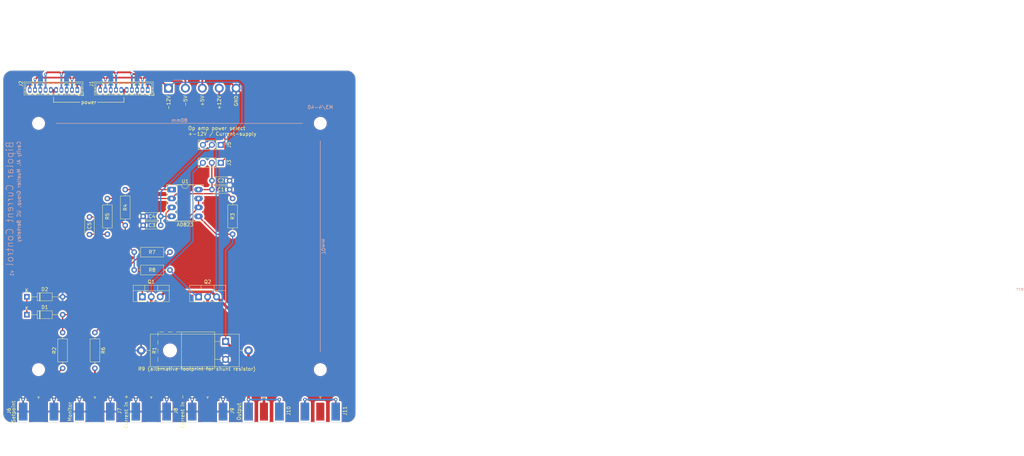
<source format=kicad_pcb>
(kicad_pcb (version 20241229) (generator "pcbnew") (generator_version "9.0")
  (layers (0 "F.Cu" signal) (4 "In1.Cu" signal) (6 "In2.Cu" signal) (2 "B.Cu" signal) (13 "F.Paste" user) (15 "B.Paste" user) (5 "F.SilkS" user "F.Silkscreen") (7 "B.SilkS" user "B.Silkscreen") (1 "F.Mask" user) (3 "B.Mask" user) (25 "Edge.Cuts" user))
  (net 0 "")
  (net 1 "GND")
  (net 2 "+5V")
  (net 3 "-5V")
  (net 4 "+12V")
  (net 5 "-12V")
  (net 6 "Net-(C5-Pad1)")
  (net 7 "Net-(U1A-OUT)")
  (net 8 "Net-(D1-K)")
  (net 9 "Net-(D1-A)")
  (net 10 "Net-(J6-In)")
  (net 11 "Net-(J7-In)")
  (net 12 "/Vs+")
  (net 13 "/measure")
  (net 14 "/Vs-")
  (net 16 "Net-(J10-In)")
  (net 17 "Net-(Q1-B)")
  (net 18 "Net-(U1A--IN)")
  (net 19 "Net-(U1B--IN)")
  (net 20 "Net-(C5-Pad2)")
  (net 21 "Net-(Q2-B)")
  (net 22 "unconnected-(J11-Ext-Pad2)")
  (net 23 "/V+")
  (net 24 "/V-")
  (footprint "Capacitor_THT:C_Disc_D4.3mm_W1.9mm_P5.00mm" (layer "F.Cu") (at 159.245 83.82)
    (property "Reference" "C1" (at 2.5 0 0) (layer "F.SilkS"))
    (property "Value" "100n")
    (pad "1" thru_hole circle (at 0 0) (size 1.6 1.6) (drill 0.8) (layers "*.Cu" "*.Mask") (net 12 "/Vs+"))
    (pad "2" thru_hole circle (at 5 0) (size 1.6 1.6) (drill 0.8) (layers "*.Cu" "*.Mask") (net 1 "GND"))
  )
  (footprint "Package_TO_SOT_THT:TO-220F-2_Horizontal_TabUp" (layer "F.Cu") (at 163.12 127 -90)
    (property "Reference" "R1" (at 2.54 20.22 90) (layer "F.SilkS"))
    (property "Value" "2R")
    (pad "" np_thru_hole circle (at 2.54 15.8 270) (size 3.5 3.5) (drill 3.5) (layers "*.Cu" "*.Mask"))
    (pad "1" thru_hole rect (at 0 0 270) (size 2 2) (drill 1.2) (layers "*.Cu" "*.Mask") (net 13 "/measure"))
    (pad "2" thru_hole circle (at 5.08 0 270) (size 2 2) (drill 1.2) (layers "*.Cu" "*.Mask") (net 1 "GND"))
  )
  (footprint "Connector_PinHeader_2.54mm:PinHeader_1x03_P2.54mm_Vertical" (layer "F.Cu") (at 161.745 76.2 -90)
    (property "Reference" "J3" (at 0 -2.33 90) (layer "F.SilkS"))
    (property "Value" "Conn_01x03_Pin" (hide yes))
    (pad "1" thru_hole rect (at 0 0 270) (size 1.7 1.7) (drill 1) (layers "*.Cu" "*.Mask") (net 4 "+12V"))
    (pad "2" thru_hole oval (at 0 2.54 270) (size 1.7 1.7) (drill 1) (layers "*.Cu" "*.Mask") (net 12 "/Vs+"))
    (pad "3" thru_hole oval (at 0 5.08 270) (size 1.7 1.7) (drill 1) (layers "*.Cu" "*.Mask") (net 23 "/V+"))
  )
  (footprint "Diode_THT:D_DO-35_SOD27_P10.16mm_Horizontal" (layer "F.Cu") (at 106.68 114.3)
    (property "Reference" "D2" (at 5.08 -2.12 0) (layer "F.SilkS"))
    (property "Value" "2.5V")
    (fp_text user "K" (at 0 -1.8 0) (layer "F.SilkS"))
    (pad "1" thru_hole rect (at 0 0) (size 1.6 1.6) (drill 0.8) (layers "*.Cu" "*.Mask") (net 8 "Net-(D1-K)"))
    (pad "2" thru_hole oval (at 10.16 0) (size 1.6 1.6) (drill 0.8) (layers "*.Cu" "*.Mask") (net 1 "GND"))
  )
  (footprint "Connector_Coaxial:SMA_Molex_73251-1153_EdgeMount_Horizontal" (layer "F.Cu") (at 190 145.21 90)
    (property "Reference" "J11" (at -1.5 7 90) (layer "F.SilkS"))
    (property "Value" "Conn_Coaxial" (hide yes))
    (pad "1" smd rect (at -1.72 0 90) (size 5.08 2.29) (layers "F.Cu" "F.Mask" "F.Paste"))
    (pad "2" smd rect (at -1.72 -4.38 90) (size 5.08 2.42) (layers "F.Cu" "F.Mask" "F.Paste") (net 22 "unconnected-(J11-Ext-Pad2)"))
    (pad "2" smd rect (at -1.72 -4.38 90) (size 5.08 2.42) (layers "B.Cu" "B.Mask" "B.Paste") (net 22 "unconnected-(J11-Ext-Pad2)"))
    (pad "2" smd rect (at -1.72 4.38 90) (size 5.08 2.42) (layers "F.Cu" "F.Mask" "F.Paste") (net 22 "unconnected-(J11-Ext-Pad2)"))
    (pad "2" smd rect (at -1.72 4.38 90) (size 5.08 2.42) (layers "B.Cu" "B.Mask" "B.Paste") (net 22 "unconnected-(J11-Ext-Pad2)"))
    (pad "2" smd rect (at 1.27 -4.38 90) (size 0.95 0.46) (layers "F.Cu") (net 22 "unconnected-(J11-Ext-Pad2)"))
    (pad "2" smd rect (at 1.27 -4.38 90) (size 0.95 0.46) (layers "B.Cu") (net 22 "unconnected-(J11-Ext-Pad2)"))
    (pad "2" smd rect (at 1.27 4.38 90) (size 0.95 0.46) (layers "F.Cu") (net 22 "unconnected-(J11-Ext-Pad2)"))
    (pad "2" smd rect (at 1.27 4.38 90) (size 0.95 0.46) (layers "B.Cu") (net 22 "unconnected-(J11-Ext-Pad2)"))
    (pad "2" thru_hole circle (at 1.72 -4.38 90) (size 0.97 0.97) (drill 0.46) (layers "*.Cu") (net 22 "unconnected-(J11-Ext-Pad2)"))
    (pad "2" thru_hole circle (at 1.72 4.38 90) (size 0.97 0.97) (drill 0.46) (layers "*.Cu") (net 22 "unconnected-(J11-Ext-Pad2)"))
  )
  (footprint "Resistor_THT:R_Axial_Power_L25.0mm_W9.0mm_P30.48mm" (layer "F.Cu") (at 169.62 129.54 180)
    (property "Reference" "R9 (alternative footprint for shunt resistor)" (at 14.68 -5.25 0) (layer "F.SilkS"))
    (property "Value" "2.5R")
    (pad "1" thru_hole circle (at 0 0 180) (size 2.4 2.4) (drill 1.2) (layers "*.Cu" "*.Mask") (net 13 "/measure"))
    (pad "2" thru_hole oval (at 30.48 0 180) (size 2.4 2.4) (drill 1.2) (layers "*.Cu" "*.Mask") (net 1 "GND"))
  )
  (footprint "Connector_Wire:SolderWire-0.75sqmm_1x05_P4.8mm_D1.25mm_OD2.3mm" (layer "F.Cu") (at 146.9 55)
    (property "Reference" "J4" (hide yes))
    (property "Value" "Conn_01x05")
    (pad "1" thru_hole roundrect (at 0 0) (size 2.55 2.55) (drill 1.55) (layers "*.Cu" "*.Mask") (roundrect_rratio 0.098039) (net 5 "-12V"))
    (pad "2" thru_hole circle (at 4.8 0) (size 2.55 2.55) (drill 1.55) (layers "*.Cu" "*.Mask") (net 3 "-5V"))
    (pad "3" thru_hole circle (at 9.6 0) (size 2.55 2.55) (drill 1.55) (layers "*.Cu" "*.Mask") (net 2 "+5V"))
    (pad "4" thru_hole circle (at 14.4 0) (size 2.55 2.55) (drill 1.55) (layers "*.Cu" "*.Mask") (net 4 "+12V"))
    (pad "5" thru_hole circle (at 19.2 0) (size 2.55 2.55) (drill 1.55) (layers "*.Cu" "*.Mask") (net 1 "GND"))
  )
  (footprint "Connector_JST:JST_ZH_B10B-ZR_1x10_P1.50mm_Vertical" (layer "F.Cu") (at 141 55.5 180)
    (property "Reference" "J1" (at 16 1.75 270) (layer "F.SilkS"))
    (property "Value" "Conn_01x10_Pin")
    (pad "1" thru_hole roundrect (at 0 0 180) (size 1.03 1.73) (drill 0.73) (layers "*.Cu" "*.Mask") (roundrect_rratio 0.242718) (net 5 "-12V"))
    (pad "2" thru_hole oval (at 1.5 0 180) (size 1.03 1.73) (drill 0.73) (layers "*.Cu" "*.Mask") (net 3 "-5V"))
    (pad "3" thru_hole oval (at 3 0 180) (size 1.03 1.73) (drill 0.73) (layers "*.Cu" "*.Mask") (net 1 "GND"))
    (pad "4" thru_hole oval (at 4.5 0 180) (size 1.03 1.73) (drill 0.73) (layers "*.Cu" "*.Mask") (net 2 "+5V"))
    (pad "5" thru_hole oval (at 6 0 180) (size 1.03 1.73) (drill 0.73) (layers "*.Cu" "*.Mask") (net 4 "+12V"))
    (pad "6" thru_hole oval (at 7.5 0 180) (size 1.03 1.73) (drill 0.73) (layers "*.Cu" "*.Mask") (net 4 "+12V"))
    (pad "7" thru_hole oval (at 9 0 180) (size 1.03 1.73) (drill 0.73) (layers "*.Cu" "*.Mask") (net 2 "+5V"))
    (pad "8" thru_hole oval (at 10.5 0 180) (size 1.03 1.73) (drill 0.73) (layers "*.Cu" "*.Mask") (net 1 "GND"))
    (pad "9" thru_hole oval (at 12 0 180) (size 1.03 1.73) (drill 0.73) (layers "*.Cu" "*.Mask") (net 3 "-5V"))
    (pad "10" thru_hole oval (at 13.5 0 180) (size 1.03 1.73) (drill 0.73) (layers "*.Cu" "*.Mask") (net 5 "-12V"))
  )
  (footprint "Resistor_THT:R_Axial_DIN0207_L6.3mm_D2.5mm_P10.16mm_Horizontal" (layer "F.Cu") (at 137.16 106.68)
    (property "Reference" "R8" (at 5.08 0 0) (layer "F.SilkS"))
    (property "Value" "100R")
    (pad "1" thru_hole circle (at 0 0) (size 1.6 1.6) (drill 0.8) (layers "*.Cu" "*.Mask") (net 20 "Net-(C5-Pad2)"))
    (pad "2" thru_hole oval (at 10.16 0) (size 1.6 1.6) (drill 0.8) (layers "*.Cu" "*.Mask") (net 21 "Net-(Q2-B)"))
  )
  (footprint "MountingHole:MountingHole_3.2mm_M3" (layer "F.Cu") (at 190 135)
    (property "Reference" "H4" (hide yes))
    (property "Value" "MountingHole")
    (pad "" np_thru_hole circle (at 0 0) (size 3.2 3.2) (drill 3.2) (layers "*.Cu" "*.Mask"))
  )
  (footprint "MountingHole:MountingHole_3.2mm_M3" (layer "F.Cu") (at 110 65)
    (property "Reference" "H5" (hide yes))
    (property "Value" "MountingHole")
    (pad "" np_thru_hole circle (at 0 0) (size 3.2 3.2) (drill 3.2) (layers "*.Cu" "*.Mask"))
  )
  (footprint "Connector_Coaxial:SMA_Molex_73251-1153_EdgeMount_Horizontal" (layer "F.Cu") (at 142 145.21 90)
    (property "Reference" "J8" (at -1.5 7 90) (layer "F.SilkS"))
    (property "Value" "Current in +" (at -1.72 -7.11 90) (layer "F.SilkS"))
    (pad "1" smd rect (at -1.72 0 90) (size 5.08 2.29) (layers "F.Cu" "F.Mask" "F.Paste") (net 23 "/V+"))
    (pad "2" smd rect (at -1.72 -4.38 90) (size 5.08 2.42) (layers "F.Cu" "F.Mask" "F.Paste") (net 1 "GND"))
    (pad "2" smd rect (at -1.72 -4.38 90) (size 5.08 2.42) (layers "B.Cu" "B.Mask" "B.Paste") (net 1 "GND"))
    (pad "2" smd rect (at -1.72 4.38 90) (size 5.08 2.42) (layers "F.Cu" "F.Mask" "F.Paste") (net 1 "GND"))
    (pad "2" smd rect (at -1.72 4.38 90) (size 5.08 2.42) (layers "B.Cu" "B.Mask" "B.Paste") (net 1 "GND"))
    (pad "2" smd rect (at 1.27 -4.38 90) (size 0.95 0.46) (layers "F.Cu") (net 1 "GND"))
    (pad "2" smd rect (at 1.27 -4.38 90) (size 0.95 0.46) (layers "B.Cu") (net 1 "GND"))
    (pad "2" smd rect (at 1.27 4.38 90) (size 0.95 0.46) (layers "F.Cu") (net 1 "GND"))
    (pad "2" smd rect (at 1.27 4.38 90) (size 0.95 0.46) (layers "B.Cu") (net 1 "GND"))
    (pad "2" thru_hole circle (at 1.72 -4.38 90) (size 0.97 0.97) (drill 0.46) (layers "*.Cu") (net 1 "GND"))
    (pad "2" thru_hole circle (at 1.72 4.38 90) (size 0.97 0.97) (drill 0.46) (layers "*.Cu") (net 1 "GND"))
  )
  (footprint "MountingHole:MountingHole_3.2mm_M3" (layer "F.Cu") (at 190 65)
    (property "Reference" "H6" (hide yes))
    (property "Value" "MountingHole")
    (pad "" np_thru_hole circle (at 0 0) (size 3.2 3.2) (drill 3.2) (layers "*.Cu" "*.Mask"))
  )
  (footprint "Capacitor_THT:C_Disc_D5.0mm_W2.5mm_P5.00mm" (layer "F.Cu") (at 124.46 96.6 90)
    (property "Reference" "C5" (at 2.5 0 90) (layer "F.SilkS"))
    (property "Value" "10p")
    (pad "1" thru_hole circle (at 0 0 90) (size 1.6 1.6) (drill 0.8) (layers "*.Cu" "*.Mask") (net 6 "Net-(C5-Pad1)"))
    (pad "2" thru_hole circle (at 5 0 90) (size 1.6 1.6) (drill 0.8) (layers "*.Cu" "*.Mask") (net 20 "Net-(C5-Pad2)"))
  )
  (footprint "Resistor_THT:R_Axial_DIN0207_L6.3mm_D2.5mm_P10.16mm_Horizontal" (layer "F.Cu") (at 116.84 134.62 90)
    (property "Reference" "R2" (at 5.08 -2.37 90) (layer "F.SilkS"))
    (property "Value" "10k")
    (pad "1" thru_hole circle (at 0 0 90) (size 1.6 1.6) (drill 0.8) (layers "*.Cu" "*.Mask") (net 10 "Net-(J6-In)"))
    (pad "2" thru_hole oval (at 10.16 0 90) (size 1.6 1.6) (drill 0.8) (layers "*.Cu" "*.Mask") (net 9 "Net-(D1-A)"))
  )
  (footprint "MountingHole:MountingHole_3.2mm_M3" (layer "F.Cu") (at 110 135)
    (property "Reference" "H3" (hide yes))
    (property "Value" "MountingHole")
    (pad "" np_thru_hole circle (at 0 0) (size 3.2 3.2) (drill 3.2) (layers "*.Cu" "*.Mask"))
  )
  (footprint "Resistor_THT:R_Axial_DIN0207_L6.3mm_D2.5mm_P10.16mm_Horizontal" (layer "F.Cu") (at 129.54 86.36 -90)
    (property "Reference" "R5" (at 5.08 0 90) (layer "F.SilkS"))
    (property "Value" "1k")
    (pad "1" thru_hole circle (at 0 0 270) (size 1.6 1.6) (drill 0.8) (layers "*.Cu" "*.Mask") (net 18 "Net-(U1A--IN)"))
    (pad "2" thru_hole oval (at 10.16 0 270) (size 1.6 1.6) (drill 0.8) (layers "*.Cu" "*.Mask") (net 6 "Net-(C5-Pad1)"))
  )
  (footprint "Capacitor_THT:C_Disc_D4.3mm_W1.9mm_P5.00mm" (layer "F.Cu") (at 144.7 93.98 180)
    (property "Reference" "C3" (at 2.5 0 0) (layer "F.SilkS"))
    (property "Value" "10u")
    (pad "1" thru_hole circle (at 0 0 180) (size 1.6 1.6) (drill 0.8) (layers "*.Cu" "*.Mask") (net 14 "/Vs-"))
    (pad "2" thru_hole circle (at 5 0 180) (size 1.6 1.6) (drill 0.8) (layers "*.Cu" "*.Mask") (net 1 "GND"))
  )
  (footprint "Diode_THT:D_DO-35_SOD27_P10.16mm_Horizontal" (layer "F.Cu") (at 106.68 119.38)
    (property "Reference" "D1" (at 5.08 -2.12 0) (layer "F.SilkS"))
    (property "Value" "2.5V")
    (fp_text user "K" (at 0 -1.8 0) (layer "F.SilkS"))
    (pad "1" thru_hole rect (at 0 0) (size 1.6 1.6) (drill 0.8) (layers "*.Cu" "*.Mask") (net 8 "Net-(D1-K)"))
    (pad "2" thru_hole oval (at 10.16 0) (size 1.6 1.6) (drill 0.8) (layers "*.Cu" "*.Mask") (net 9 "Net-(D1-A)"))
  )
  (footprint "Resistor_THT:R_Axial_DIN0207_L6.3mm_D2.5mm_P10.16mm_Horizontal" (layer "F.Cu") (at 137.16 101.6)
    (property "Reference" "R7" (at 5.08 0 0) (layer "F.SilkS"))
    (property "Value" "100R")
    (pad "1" thru_hole circle (at 0 0) (size 1.6 1.6) (drill 0.8) (layers "*.Cu" "*.Mask") (net 20 "Net-(C5-Pad2)"))
    (pad "2" thru_hole oval (at 10.16 0) (size 1.6 1.6) (drill 0.8) (layers "*.Cu" "*.Mask") (net 17 "Net-(Q1-B)"))
  )
  (footprint "Capacitor_THT:C_Disc_D4.3mm_W1.9mm_P5.00mm" (layer "F.Cu") (at 144.7 91.44 180)
    (property "Reference" "C4" (at 2.5 0 0) (layer "F.SilkS"))
    (property "Value" "100n")
    (pad "1" thru_hole circle (at 0 0 180) (size 1.6 1.6) (drill 0.8) (layers "*.Cu" "*.Mask") (net 14 "/Vs-"))
    (pad "2" thru_hole circle (at 5 0 180) (size 1.6 1.6) (drill 0.8) (layers "*.Cu" "*.Mask") (net 1 "GND"))
  )
  (footprint "Connector_PinHeader_2.54mm:PinHeader_1x03_P2.54mm_Vertical" (layer "F.Cu") (at 161.745 71.12 -90)
    (property "Reference" "J5" (at 0 -2.33 90) (layer "F.SilkS"))
    (property "Value" "Conn_01x03_Pin" (hide yes))
    (pad "1" thru_hole rect (at 0 0 270) (size 1.7 1.7) (drill 1) (layers "*.Cu" "*.Mask") (net 5 "-12V"))
    (pad "2" thru_hole oval (at 0 2.54 270) (size 1.7 1.7) (drill 1) (layers "*.Cu" "*.Mask") (net 14 "/Vs-"))
    (pad "3" thru_hole oval (at 0 5.08 270) (size 1.7 1.7) (drill 1) (layers "*.Cu" "*.Mask") (net 24 "/V-"))
  )
  (footprint "Resistor_THT:R_Axial_DIN0207_L6.3mm_D2.5mm_P10.16mm_Horizontal" (layer "F.Cu") (at 126 124.46 -90)
    (property "Reference" "R6" (at 5.08 -2.37 90) (layer "F.SilkS"))
    (property "Value" "47R")
    (pad "1" thru_hole circle (at 0 0 270) (size 1.6 1.6) (drill 0.8) (layers "*.Cu" "*.Mask") (net 19 "Net-(U1B--IN)"))
    (pad "2" thru_hole oval (at 10.16 0 270) (size 1.6 1.6) (drill 0.8) (layers "*.Cu" "*.Mask") (net 11 "Net-(J7-In)"))
  )
  (footprint "Connector_Coaxial:SMA_Molex_73251-1153_EdgeMount_Horizontal" (layer "F.Cu") (at 126 145.21 90)
    (property "Reference" "J7" (at -1.5 7 90) (layer "F.SilkS"))
    (property "Value" "Monitor" (at -1.72 -7.11 90) (layer "F.SilkS"))
    (pad "1" smd rect (at -1.72 0 90) (size 5.08 2.29) (layers "F.Cu" "F.Mask" "F.Paste") (net 11 "Net-(J7-In)"))
    (pad "2" smd rect (at -1.72 -4.38 90) (size 5.08 2.42) (layers "F.Cu" "F.Mask" "F.Paste") (net 1 "GND"))
    (pad "2" smd rect (at -1.72 -4.38 90) (size 5.08 2.42) (layers "B.Cu" "B.Mask" "B.Paste") (net 1 "GND"))
    (pad "2" smd rect (at -1.72 4.38 90) (size 5.08 2.42) (layers "F.Cu" "F.Mask" "F.Paste") (net 1 "GND"))
    (pad "2" smd rect (at -1.72 4.38 90) (size 5.08 2.42) (layers "B.Cu" "B.Mask" "B.Paste") (net 1 "GND"))
    (pad "2" smd rect (at 1.27 -4.38 90) (size 0.95 0.46) (layers "F.Cu") (net 1 "GND"))
    (pad "2" smd rect (at 1.27 -4.38 90) (size 0.95 0.46) (layers "B.Cu") (net 1 "GND"))
    (pad "2" smd rect (at 1.27 4.38 90) (size 0.95 0.46) (layers "F.Cu") (net 1 "GND"))
    (pad "2" smd rect (at 1.27 4.38 90) (size 0.95 0.46) (layers "B.Cu") (net 1 "GND"))
    (pad "2" thru_hole circle (at 1.72 -4.38 90) (size 0.97 0.97) (drill 0.46) (layers "*.Cu") (net 1 "GND"))
    (pad "2" thru_hole circle (at 1.72 4.38 90) (size 0.97 0.97) (drill 0.46) (layers "*.Cu") (net 1 "GND"))
  )
  (footprint "Package_TO_SOT_THT:TO-220-3_Vertical" (layer "F.Cu") (at 139.46 114.3)
    (property "Reference" "Q1" (at 2.54 -4.27 0) (layer "F.SilkS"))
    (property "Value" "TIP41C")
    (pad "1" thru_hole rect (at 0 0) (size 1.905 2) (drill 1.1) (layers "*.Cu" "*.Mask") (net 17 "Net-(Q1-B)"))
    (pad "2" thru_hole oval (at 2.54 0) (size 1.905 2) (drill 1.1) (layers "*.Cu" "*.Mask") (net 23 "/V+"))
    (pad "3" thru_hole oval (at 5.08 0) (size 1.905 2) (drill 1.1) (layers "*.Cu" "*.Mask") (net 16 "Net-(J10-In)"))
  )
  (footprint "Capacitor_THT:C_Disc_D4.3mm_W1.9mm_P5.00mm" (layer "F.Cu") (at 159.245 81.28)
    (property "Reference" "C2" (at 2.5 0 0) (layer "F.SilkS"))
    (property "Value" "10u")
    (pad "1" thru_hole circle (at 0 0) (size 1.6 1.6) (drill 0.8) (layers "*.Cu" "*.Mask") (net 12 "/Vs+"))
    (pad "2" thru_hole circle (at 5 0) (size 1.6 1.6) (drill 0.8) (layers "*.Cu" "*.Mask") (net 1 "GND"))
  )
  (footprint "Package_TO_SOT_THT:TO-220-3_Vertical" (layer "F.Cu") (at 155.46 114.3)
    (property "Reference" "Q2" (at 2.54 -4.27 0) (layer "F.SilkS"))
    (property "Value" "TIP42C")
    (pad "1" thru_hole rect (at 0 0) (size 1.905 2) (drill 1.1) (layers "*.Cu" "*.Mask") (net 21 "Net-(Q2-B)"))
    (pad "2" thru_hole oval (at 2.54 0) (size 1.905 2) (drill 1.1) (layers "*.Cu" "*.Mask") (net 24 "/V-"))
    (pad "3" thru_hole oval (at 5.08 0) (size 1.905 2) (drill 1.1) (layers "*.Cu" "*.Mask") (net 16 "Net-(J10-In)"))
  )
  (footprint "Connector_JST:JST_ZH_B10B-ZR_1x10_P1.50mm_Vertical" (layer "F.Cu") (at 121 55.5 180)
    (property "Reference" "J2" (at 16 1.75 270) (layer "F.SilkS"))
    (property "Value" "Conn_01x10_Pin")
    (pad "1" thru_hole roundrect (at 0 0 180) (size 1.03 1.73) (drill 0.73) (layers "*.Cu" "*.Mask") (roundrect_rratio 0.242718) (net 5 "-12V"))
    (pad "2" thru_hole oval (at 1.5 0 180) (size 1.03 1.73) (drill 0.73) (layers "*.Cu" "*.Mask") (net 3 "-5V"))
    (pad "3" thru_hole oval (at 3 0 180) (size 1.03 1.73) (drill 0.73) (layers "*.Cu" "*.Mask") (net 1 "GND"))
    (pad "4" thru_hole oval (at 4.5 0 180) (size 1.03 1.73) (drill 0.73) (layers "*.Cu" "*.Mask") (net 2 "+5V"))
    (pad "5" thru_hole oval (at 6 0 180) (size 1.03 1.73) (drill 0.73) (layers "*.Cu" "*.Mask") (net 4 "+12V"))
    (pad "6" thru_hole oval (at 7.5 0 180) (size 1.03 1.73) (drill 0.73) (layers "*.Cu" "*.Mask") (net 4 "+12V"))
    (pad "7" thru_hole oval (at 9 0 180) (size 1.03 1.73) (drill 0.73) (layers "*.Cu" "*.Mask") (net 2 "+5V"))
    (pad "8" thru_hole oval (at 10.5 0 180) (size 1.03 1.73) (drill 0.73) (layers "*.Cu" "*.Mask") (net 1 "GND"))
    (pad "9" thru_hole oval (at 12 0 180) (size 1.03 1.73) (drill 0.73) (layers "*.Cu" "*.Mask") (net 3 "-5V"))
    (pad "10" thru_hole oval (at 13.5 0 180) (size 1.03 1.73) (drill 0.73) (layers "*.Cu" "*.Mask") (net 5 "-12V"))
  )
  (footprint "Connector_Coaxial:SMA_Molex_73251-1153_EdgeMount_Horizontal" (layer "F.Cu") (at 158 145.21 90)
    (property "Reference" "J9" (at -1.5 7 90) (layer "F.SilkS"))
    (property "Value" "Current in -" (at -1.72 -7.11 90) (layer "F.SilkS"))
    (pad "1" smd rect (at -1.72 0 90) (size 5.08 2.29) (layers "F.Cu" "F.Mask" "F.Paste") (net 24 "/V-"))
    (pad "2" smd rect (at -1.72 -4.38 90) (size 5.08 2.42) (layers "F.Cu" "F.Mask" "F.Paste") (net 1 "GND"))
    (pad "2" smd rect (at -1.72 -4.38 90) (size 5.08 2.42) (layers "B.Cu" "B.Mask" "B.Paste") (net 1 "GND"))
    (pad "2" smd rect (at -1.72 4.38 90) (size 5.08 2.42) (layers "F.Cu" "F.Mask" "F.Paste") (net 1 "GND"))
    (pad "2" smd rect (at -1.72 4.38 90) (size 5.08 2.42) (layers "B.Cu" "B.Mask" "B.Paste") (net 1 "GND"))
    (pad "2" smd rect (at 1.27 -4.38 90) (size 0.95 0.46) (layers "F.Cu") (net 1 "GND"))
    (pad "2" smd rect (at 1.27 -4.38 90) (size 0.95 0.46) (layers "B.Cu") (net 1 "GND"))
    (pad "2" smd rect (at 1.27 4.38 90) (size 0.95 0.46) (layers "F.Cu") (net 1 "GND"))
    (pad "2" smd rect (at 1.27 4.38 90) (size 0.95 0.46) (layers "B.Cu") (net 1 "GND"))
    (pad "2" thru_hole circle (at 1.72 -4.38 90) (size 0.97 0.97) (drill 0.46) (layers "*.Cu") (net 1 "GND"))
    (pad "2" thru_hole circle (at 1.72 4.38 90) (size 0.97 0.97) (drill 0.46) (layers "*.Cu") (net 1 "GND"))
  )
  (footprint "Resistor_THT:R_Axial_DIN0207_L6.3mm_D2.5mm_P10.16mm_Horizontal" (layer "F.Cu") (at 134.62 83.82 -90)
    (property "Reference" "R4" (at 5.08 0 90) (layer "F.SilkS"))
    (property "Value" "5.1R")
    (pad "1" thru_hole circle (at 0 0 270) (size 1.6 1.6) (drill 0.8) (layers "*.Cu" "*.Mask") (net 7 "Net-(U1A-OUT)"))
    (pad "2" thru_hole oval (at 10.16 0 270) (size 1.6 1.6) (drill 0.8) (layers "*.Cu" "*.Mask") (net 20 "Net-(C5-Pad2)"))
  )
  (footprint "Connector_Coaxial:SMA_Molex_73251-1153_EdgeMount_Horizontal" (layer "F.Cu") (at 174 145.21 90)
    (property "Reference" "J10" (at -1.5 7 90) (layer "F.SilkS"))
    (property "Value" "Output" (at -1.72 -7.11 90) (layer "F.SilkS"))
    (pad "1" smd rect (at -1.72 0 90) (size 5.08 2.29) (layers "F.Cu" "F.Mask" "F.Paste") (net 16 "Net-(J10-In)"))
    (pad "2" smd rect (at -1.72 -4.38 90) (size 5.08 2.42) (layers "F.Cu" "F.Mask" "F.Paste") (net 13 "/measure"))
    (pad "2" smd rect (at -1.72 -4.38 90) (size 5.08 2.42) (layers "B.Cu" "B.Mask" "B.Paste") (net 13 "/measure"))
    (pad "2" smd rect (at -1.72 4.38 90) (size 5.08 2.42) (layers "F.Cu" "F.Mask" "F.Paste") (net 13 "/measure"))
    (pad "2" smd rect (at -1.72 4.38 90) (size 5.08 2.42) (layers "B.Cu" "B.Mask" "B.Paste") (net 13 "/measure"))
    (pad "2" smd rect (at 1.27 -4.38 90) (size 0.95 0.46) (layers "F.Cu") (net 13 "/measure"))
    (pad "2" smd rect (at 1.27 -4.38 90) (size 0.95 0.46) (layers "B.Cu") (net 13 "/measure"))
    (pad "2" smd rect (at 1.27 4.38 90) (size 0.95 0.46) (layers "F.Cu") (net 13 "/measure"))
    (pad "2" smd rect (at 1.27 4.38 90) (size 0.95 0.46) (layers "B.Cu") (net 13 "/measure"))
    (pad "2" thru_hole circle (at 1.72 -4.38 90) (size 0.97 0.97) (drill 0.46) (layers "*.Cu") (net 13 "/measure"))
    (pad "2" thru_hole circle (at 1.72 4.38 90) (size 0.97 0.97) (drill 0.46) (layers "*.Cu") (net 13 "/measure"))
  )
  (footprint "Resistor_THT:R_Axial_DIN0207_L6.3mm_D2.5mm_P10.16mm_Horizontal" (layer "F.Cu") (at 165.1 96.52 90)
    (property "Reference" "R3" (at 5.08 0 90) (layer "F.SilkS"))
    (property "Value" "10k")
    (pad "1" thru_hole circle (at 0 0 90) (size 1.6 1.6) (drill 0.8) (layers "*.Cu" "*.Mask") (net 13 "/measure"))
    (pad "2" thru_hole oval (at 10.16 0 90) (size 1.6 1.6) (drill 0.8) (layers "*.Cu" "*.Mask") (net 18 "Net-(U1A--IN)"))
  )
  (footprint "Connector_Coaxial:SMA_Molex_73251-1153_EdgeMount_Horizontal" (layer "F.Cu") (at 110 145.21 90)
    (property "Reference" "J6" (at -1.5 -8.4 90) (layer "F.SilkS"))
    (property "Value" "Setpoint" (at -1.72 -7.11 90) (layer "F.SilkS"))
    (pad "1" smd rect (at -1.72 0 90) (size 5.08 2.29) (layers "F.Cu" "F.Mask" "F.Paste") (net 10 "Net-(J6-In)"))
    (pad "2" smd rect (at -1.72 -4.38 90) (size 5.08 2.42) (layers "F.Cu" "F.Mask" "F.Paste") (net 1 "GND"))
    (pad "2" smd rect (at -1.72 -4.38 90) (size 5.08 2.42) (layers "B.Cu" "B.Mask" "B.Paste") (net 1 "GND"))
    (pad "2" smd rect (at -1.72 4.38 90) (size 5.08 2.42) (layers "F.Cu" "F.Mask" "F.Paste") (net 1 "GND"))
    (pad "2" smd rect (at -1.72 4.38 90) (size 5.08 2.42) (layers "B.Cu" "B.Mask" "B.Paste") (net 1 "GND"))
    (pad "2" smd rect (at 1.27 -4.38 90) (size 0.95 0.46) (layers "F.Cu") (net 1 "GND"))
    (pad "2" smd rect (at 1.27 -4.38 90) (size 0.95 0.46) (layers "B.Cu") (net 1 "GND"))
    (pad "2" smd rect (at 1.27 4.38 90) (size 0.95 0.46) (layers "F.Cu") (net 1 "GND"))
    (pad "2" smd rect (at 1.27 4.38 90) (size 0.95 0.46) (layers "B.Cu") (net 1 "GND"))
    (pad "2" thru_hole circle (at 1.72 -4.38 90) (size 0.97 0.97) (drill 0.46) (layers "*.Cu") (net 1 "GND"))
    (pad "2" thru_hole circle (at 1.72 4.38 90) (size 0.97 0.97) (drill 0.46) (layers "*.Cu") (net 1 "GND"))
  )
  (footprint "Package_DIP:DIP-8_W7.62mm_Socket_LongPads" (layer "F.Cu") (at 147.8 83.82)
    (property "Reference" "U1" (at 3.81 -2.33 0) (layer "F.SilkS"))
    (property "Value" "AD823" (at 3.81 9.95 0) (layer "F.SilkS"))
    (pad "1" thru_hole roundrect (at 0 0) (size 2.4 1.6) (drill 0.8) (layers "*.Cu" "*.Mask") (roundrect_rratio 0.15625) (net 7 "Net-(U1A-OUT)"))
    (pad "2" thru_hole oval (at 0 2.54) (size 2.4 1.6) (drill 0.8) (layers "*.Cu" "*.Mask") (net 18 "Net-(U1A--IN)"))
    (pad "3" thru_hole oval (at 0 5.08) (size 2.4 1.6) (drill 0.8) (layers "*.Cu" "*.Mask") (net 9 "Net-(D1-A)"))
    (pad "4" thru_hole oval (at 0 7.62) (size 2.4 1.6) (drill 0.8) (layers "*.Cu" "*.Mask") (net 14 "/Vs-"))
    (pad "5" thru_hole oval (at 7.62 7.62) (size 2.4 1.6) (drill 0.8) (layers "*.Cu" "*.Mask") (net 13 "/measure"))
    (pad "6" thru_hole oval (at 7.62 5.08) (size 2.4 1.6) (drill 0.8) (layers "*.Cu" "*.Mask") (net 19 "Net-(U1B--IN)"))
    (pad "7" thru_hole oval (at 7.62 2.54) (size 2.4 1.6) (drill 0.8) (layers "*.Cu" "*.Mask") (net 19 "Net-(U1B--IN)"))
    (pad "8" thru_hole oval (at 7.62 0) (size 2.4 1.6) (drill 0.8) (layers "*.Cu" "*.Mask") (net 12 "/Vs+"))
  )
  (gr_line (start 134.25 59) (end 134.25 57.5) (stroke (width 0.15)) (layer "F.SilkS"))
  (gr_line (start 126.75 59) (end 134.25 59) (stroke (width 0.15)) (layer "F.SilkS"))
  (gr_line (start 114.25 59) (end 114.25 57.5) (stroke (width 0.15)) (layer "F.SilkS"))
  (gr_line (start 121.75 59) (end 114.25 59) (stroke (width 0.15)) (layer "F.SilkS"))
  (gr_line (start 190 70) (end 190 130) (stroke (width 0.15)) (layer "B.SilkS"))
  (gr_line (start 115 65) (end 185 65) (stroke (width 0.15)) (layer "B.SilkS"))
  (gr_line (start 102.5 150) (end 197.5 150) (stroke (width 0.1)) (layer "Edge.Cuts"))
  (gr_arc (start 100 52.5) (mid 100.732233 50.732233) (end 102.5 50) (stroke (width 0.1)) (layer "Edge.Cuts"))
  (gr_arc (start 197.5 50) (mid 199.267767 50.732233) (end 200 52.5) (stroke (width 0.1)) (layer "Edge.Cuts"))
  (gr_arc (start 102.5 150) (mid 100.732233 149.267767) (end 100 147.5) (stroke (width 0.1)) (layer "Edge.Cuts"))
  (gr_line (start 197.5 50) (end 102.5 50) (stroke (width 0.1)) (layer "Edge.Cuts"))
  (gr_line (start 200 52.5) (end 200 147.5) (stroke (width 0.1)) (layer "Edge.Cuts"))
  (gr_line (start 100 52.5) (end 100 147.5) (stroke (width 0.1)) (layer "Edge.Cuts"))
  (gr_arc (start 200 147.5) (mid 199.267767 149.267767) (end 197.5 150) (stroke (width 0.1)) (layer "Edge.Cuts"))
  (gr_text "power" (at 124.25 59 0) (layer "F.SilkS") (effects (font (size 1 1))))
  (gr_text "-5V" (at 151.7 57 90) (layer "F.SilkS") (effects (font (size 1 1)) (justify right)))
  (gr_text "-12V" (at 146.9 57 90) (layer "F.SilkS") (effects (font (size 1 1)) (justify right)))
  (gr_text "+5V" (at 156.5 57 90) (layer "F.SilkS") (effects (font (size 1 1)) (justify right)))
  (gr_text "+12V" (at 161.3 57 90) (layer "F.SilkS") (effects (font (size 1 1)) (justify right)))
  (gr_text "GND" (at 166.1 57 90) (layer "F.SilkS") (effects (font (size 1 1)) (justify right)))
  (gr_text "Op amp power select\n+-12V / Current-supply" (at 152.4 68.58 0) (layer "F.SilkS") (effects (font (size 1 1)) (justify left bottom)))
  (gr_text "err" (at 388.62 112.075 0) (layer "B.SilkS") (effects (font (size 1 1)) (justify mirror)))
  (gr_text "v1" (at 103 106.68 90) (layer "B.SilkS") (effects (font (size 1 1)) (justify left bottom mirror)))
  (gr_text "Bipolar Current Control" (at 103 70 90) (layer "B.SilkS") (effects (font (size 2 2)) (justify left bottom mirror)))
  (gr_text "Cavity AI, Mueller Group, UC Berkeley" (at 105 70 90) (layer "B.SilkS") (effects (font (size 1 1)) (justify left bottom mirror)))
  (gr_text "M3/4-40" (at 190 61 0) (layer "B.SilkS") (effects (font (size 1 1)) (justify bottom mirror)))
  (gr_text "70mm" (at 190.25 100 270) (layer "B.SilkS") (effects (font (size 1 1)) (justify bottom mirror)))
  (gr_text "80mm" (at 150 64.75 0) (layer "B.SilkS") (effects (font (size 1 1)) (justify bottom mirror)))
  (segment (start 165.5 58) (end 166.1 57.4) (width 0.5) (layer "B.Cu") (net 1))
  (segment (start 118 57.5) (end 118.5 58) (width 0.5) (layer "B.Cu") (net 1))
  (segment (start 110.5 57.5) (end 111 58) (width 0.5) (layer "B.Cu") (net 1))
  (segment (start 130.5 57.5) (end 131 58) (width 0.5) (layer "B.Cu") (net 1))
  (segment (start 117.5 58) (end 118 57.5) (width 0.5) (layer "B.Cu") (net 1))
  (segment (start 118.5 58) (end 130 58) (width 0.5) (layer "B.Cu") (net 1))
  (segment (start 110.5 55.5) (end 110.5 57.5) (width 0.5) (layer "B.Cu") (net 1))
  (segment (start 138 57.5) (end 138.5 58) (width 0.5) (layer "B.Cu") (net 1))
  (segment (start 137.5 58) (end 138 57.5) (width 0.5) (layer "B.Cu") (net 1))
  (segment (start 130.5 55.5) (end 130.5 57.5) (width 0.5) (layer "B.Cu") (net 1))
  (segment (start 130 58) (end 130.5 57.5) (width 0.5) (layer "B.Cu") (net 1))
  (segment (start 138 55.5) (end 138 57.5) (width 0.5) (layer "B.Cu") (net 1))
  (segment (start 138.5 58) (end 165.5 58) (width 0.5) (layer "B.Cu") (net 1))
  (segment (start 131 58) (end 137.5 58) (width 0.5) (layer "B.Cu") (net 1))
  (segment (start 166.1 57.4) (end 166.1 55) (width 0.5) (layer "B.Cu") (net 1))
  (segment (start 111 58) (end 117.5 58) (width 0.5) (layer "B.Cu") (net 1))
  (segment (start 118 55.5) (end 118 57.5) (width 0.5) (layer "B.Cu") (net 1))
  (segment (start 156.5 55) (end 156.5 52) (width 0.5) (layer "F.Cu") (net 2))
  (segment (start 131.5 50.5) (end 131 50.5) (width 0.5) (layer "F.Cu") (net 2))
  (segment (start 117 50.5) (end 116.5 51) (width 0.5) (layer "F.Cu") (net 2))
  (segment (start 132.5 50.5) (end 132 51) (width 0.5) (layer "F.Cu") (net 2))
  (segment (start 156.5 52) (end 155.5 51) (width 0.5) (layer "F.Cu") (net 2))
  (segment (start 155.5 51) (end 136.5 51) (width 0.5) (layer "F.Cu") (net 2))
  (segment (start 136.5 51) (end 136 50.5) (width 0.5) (layer "F.Cu") (net 2))
  (segment (start 131 50.5) (end 117 50.5) (width 0.5) (layer "F.Cu") (net 2))
  (segment (start 112.5 50.5) (end 112 51) (width 0.5) (layer "F.Cu") (net 2))
  (segment (start 116 50.5) (end 112.5 50.5) (width 0.5) (layer "F.Cu") (net 2))
  (segment (start 116.5 51) (end 116 50.5) (width 0.5) (layer "F.Cu") (net 2))
  (segment (start 132 51) (end 131.5 50.5) (width 0.5) (layer "F.Cu") (net 2))
  (segment (start 136 50.5) (end 132.5 50.5) (width 0.5) (layer "F.Cu") (net 2))
  (via (at 136.5 51) (size 0.8) (drill 0.4) (layers "F.Cu" "B.Cu") (net 2))
  (via (at 112 51) (size 0.8) (drill 0.4) (layers "F.Cu" "B.Cu") (net 2))
  (via (at 116.5 51) (size 0.8) (drill 0.4) (layers "F.Cu" "B.Cu") (net 2))
  (via (at 132 51) (size 0.8) (drill 0.4) (layers "F.Cu" "B.Cu") (net 2))
  (segment (start 116.5 51) (end 116.5 55.5) (width 0.5) (layer "B.Cu") (net 2))
  (segment (start 136.5 51) (end 136.5 55.5) (width 0.5) (layer "B.Cu") (net 2))
  (segment (start 112 51) (end 112 55.5) (width 0.5) (layer "B.Cu") (net 2))
  (segment (start 132 51) (end 132 55.5) (width 0.5) (layer "B.Cu") (net 2))
  (segment (start 151 52) (end 140 52) (width 0.5) (layer "F.Cu") (net 3))
  (segment (start 120 52) (end 119.5 52.5) (width 0.5) (layer "F.Cu") (net 3))
  (segment (start 151.7 52.7) (end 151.7 55) (width 0.5) (layer "F.Cu") (net 3))
  (segment (start 128.5 52) (end 120 52) (width 0.5) (layer "F.Cu") (net 3))
  (segment (start 140 52) (end 139.5 52.5) (width 0.5) (layer "F.Cu") (net 3))
  (segment (start 119.5 52.5) (end 119 52) (width 0.5) (layer "F.Cu") (net 3))
  (segment (start 129 52.5) (end 128.5 52) (width 0.5) (layer "F.Cu") (net 3))
  (segment (start 109.5 52) (end 109 52.5) (width 0.5) (layer "F.Cu") (net 3))
  (segment (start 151.7 52.7) (end 151 52) (width 0.5) (layer "F.Cu") (net 3))
  (segment (start 119 52) (end 109.5 52) (width 0.5) (layer "F.Cu") (net 3))
  (segment (start 129.5 52) (end 129 52.5) (width 0.5) (layer "F.Cu") (net 3))
  (segment (start 139.5 52.5) (end 139 52) (width 0.5) (layer "F.Cu") (net 3))
  (segment (start 139 52) (end 129.5 52) (width 0.5) (layer "F.Cu") (net 3))
  (via (at 129 52.5) (size 0.8) (drill 0.4) (layers "F.Cu" "B.Cu") (net 3))
  (via (at 109 52.5) (size 0.8) (drill 0.4) (layers "F.Cu" "B.Cu") (net 3))
  (via (at 119.5 52.5) (size 0.8) (drill 0.4) (layers "F.Cu" "B.Cu") (net 3))
  (via (at 139.5 52.5) (size 0.8) (drill 0.4) (layers "F.Cu" "B.Cu") (net 3))
  (segment (start 129 52.5) (end 129 55.5) (width 0.5) (layer "B.Cu") (net 3))
  (segment (start 139.5 52.5) (end 139.5 55.5) (width 0.5) (layer "B.Cu") (net 3))
  (segment (start 119.5 52.5) (end 119.5 55.5) (width 0.5) (layer "B.Cu") (net 3))
  (segment (start 109 52.5) (end 109 55.5) (width 0.5) (layer "B.Cu") (net 3))
  (segment (start 114.25 55.5) (end 115 55.5) (width 0.5) (layer "F.Cu") (net 4))
  (segment (start 161.745 76.2) (end 162.921 75.024) (width 0.35) (layer "F.Cu") (net 4))
  (segment (start 114.25 55.5) (end 114.25 59) (width 0.5) (layer "F.Cu") (net 4))
  (segment (start 162.921 75.024) (end 162.921 60.321) (width 0.35) (layer "F.Cu") (net 4))
  (segment (start 114.75 59.5) (end 133.75 59.5) (width 0.5) (layer "F.Cu") (net 4))
  (segment (start 133.75 59.5) (end 134.25 59) (width 0.5) (layer "F.Cu") (net 4))
  (segment (start 113.5 55.5) (end 114.25 55.5) (width 0.5) (layer "F.Cu") (net 4))
  (segment (start 161.3 58.7) (end 161.3 55) (width 0.5) (layer "F.Cu") (net 4))
  (segment (start 162.921 60.321) (end 161.3 58.7) (width 0.35) (layer "F.Cu") (net 4))
  (segment (start 134.25 55.5) (end 134.25 59) (width 0.5) (layer "F.Cu") (net 4))
  (segment (start 160.5 59.5) (end 161.3 58.7) (width 0.5) (layer "F.Cu") (net 4))
  (segment (start 134.75 59.5) (end 160.5 59.5) (width 0.5) (layer "F.Cu") (net 4))
  (segment (start 114.25 59) (end 114.75 59.5) (width 0.5) (layer "F.Cu") (net 4))
  (segment (start 134.25 59) (end 134.75 59.5) (width 0.5) (layer "F.Cu") (net 4))
  (segment (start 133.5 55.5) (end 134.25 55.5) (width 0.5) (layer "F.Cu") (net 4))
  (segment (start 134.25 55.5) (end 135 55.5) (width 0.5) (layer "F.Cu") (net 4))
  (segment (start 127.5 54) (end 127.5 55.5) (width 0.5) (layer "F.Cu") (net 5))
  (segment (start 140.5 53.5) (end 141 54) (width 0.5) (layer "F.Cu") (net 5))
  (segment (start 141 54) (end 141 55.5) (width 0.5) (layer "F.Cu") (net 5))
  (segment (start 121 54) (end 121 55.5) (width 0.5) (layer "F.Cu") (net 5))
  (segment (start 107.5 54) (end 107.5 55.5) (width 0.5) (layer "F.Cu") (net 5))
  (segment (start 127 53.5) (end 127.5 54) (width 0.5) (layer "F.Cu") (net 5))
  (segment (start 120.5 53.5) (end 121 54) (width 0.5) (layer "F.Cu") (net 5))
  (segment (start 108 53.5) (end 120.5 53.5) (width 0.5) (layer "F.Cu") (net 5))
  (segment (start 128 53.5) (end 140.5 53.5) (width 0.5) (layer "F.Cu") (net 5))
  (segment (start 121.5 53.5) (end 127 53.5) (width 0.5) (layer "F.Cu") (net 5))
  (segment (start 121 54) (end 121.5 53.5) (width 0.5) (layer "F.Cu") (net 5))
  (segment (start 141 54) (end 141.5 53.5) (width 0.5) (layer "F.Cu") (net 5))
  (segment (start 107.5 54) (end 108 53.5) (width 0.5) (layer "F.Cu") (net 5))
  (segment (start 145.4 53.5) (end 146.9 55) (width 0.5) (layer "F.Cu") (net 5))
  (segment (start 141.5 53.5) (end 145.4 53.5) (width 0.5) (layer "F.Cu") (net 5))
  (segment (start 127.5 54) (end 128 53.5) (width 0.5) (layer "F.Cu") (net 5))
  (segment (start 167.751 65.114) (end 167.751 54.316133) (width 0.35) (layer "B.Cu") (net 5))
  (segment (start 167.751 54.316133) (end 166.783867 53.349) (width 0.35) (layer "B.Cu") (net 5))
  (segment (start 148.551 53.349) (end 146.9 55) (width 0.35) (layer "B.Cu") (net 5))
  (segment (start 167.751 56.634298) (end 167.751 54.316133) (width 0.35) (layer "B.Cu") (net 5))
  (segment (start 161.745 71.12) (end 167.751 65.114) (width 0.35) (layer "B.Cu") (net 5))
  (segment (start 166.783867 53.349) (end 148.551 53.349) (width 0.35) (layer "B.Cu") (net 5))
  (segment (start 129.54 96.52) (end 124.54 96.52) (width 0.35) (layer "F.Cu") (net 6))
  (segment (start 124.54 96.52) (end 124.46 96.6) (width 0.35) (layer "F.Cu") (net 6))
  (segment (start 147.8 83.82) (end 134.62 83.82) (width 0.35) (layer "F.Cu") (net 7))
  (segment (start 106.68 119.38) (end 106.68 114.3) (width 0.35) (layer "F.Cu") (net 8))
  (segment (start 146.224 90.476) (end 147.8 88.9) (width 0.35) (layer "F.Cu") (net 9))
  (segment (start 121.92 119.38) (end 146.224 95.076) (width 0.35) (layer "F.Cu") (net 9))
  (segment (start 116.84 119.38) (end 121.92 119.38) (width 0.35) (layer "F.Cu") (net 9))
  (segment (start 146.224 95.076) (end 146.224 90.476) (width 0.35) (layer "F.Cu") (net 9))
  (segment (start 116.84 124.46) (end 116.84 119.38) (width 0.35) (layer "F.Cu") (net 9))
  (segment (start 110 141.46) (end 110 146.93) (width 0.35) (layer "F.Cu") (net 10))
  (segment (start 116.84 134.62) (end 110 141.46) (width 0.35) (layer "F.Cu") (net 10))
  (segment (start 126 134.62) (end 126 146.93) (width 0.5) (layer "F.Cu") (net 11))
  (segment (start 159.205 81.24) (end 159.245 81.28) (width 0.2) (layer "F.Cu") (net 12))
  (segment (start 159.205 76.2) (end 159.205 81.24) (width 0.35) (layer "F.Cu") (net 12))
  (segment (start 159.245 83.82) (end 155.42 83.82) (width 0.35) (layer "F.Cu") (net 12))
  (segment (start 159.245 83.82) (end 159.245 81.28) (width 0.35) (layer "F.Cu") (net 12))
  (segment (start 169.62 133.5) (end 169.315 133.195) (width 0.25) (layer "F.Cu") (net 13))
  (segment (start 165.1 96.52) (end 160.5 96.52) (width 0.35) (layer "F.Cu") (net 13))
  (segment (start 169.62 133.5) (end 169.62 129.54) (width 0.75) (layer "F.Cu") (net 13))
  (segment (start 169.62 133.5) (end 163.12 127) (width 0.75) (layer "F.Cu") (net 13))
  (segment (start 160.5 96.52) (end 155.42 91.44) (width 0.35) (layer "F.Cu") (net 13))
  (segment (start 169.62 143.49) (end 169.62 133.5) (width 0.75) (layer "F.Cu") (net 13))
  (segment (start 169.62 143.49) (end 178.38 143.49) (width 0.5) (layer "B.Cu") (net 13))
  (segment (start 165.1 99.06) (end 163.12 101.04) (width 0.35) (layer "B.Cu") (net 13))
  (segment (start 163.12 101.04) (end 163.12 127) (width 0.35) (layer "B.Cu") (net 13))
  (segment (start 165.1 96.52) (end 165.1 99.06) (width 0.35) (layer "B.Cu") (net 13))
  (segment (start 159.205 71.12) (end 157.979 72.346) (width 0.35) (layer "B.Cu") (net 14))
  (segment (start 157.979 72.346) (end 156.881774 72.346) (width 0.35) (layer "B.Cu") (net 14))
  (segment (start 156.881774 72.346) (end 144.7 84.527774) (width 0.35) (layer "B.Cu") (net 14))
  (segment (start 144.7 84.527774) (end 144.7 91.44) (width 0.35) (layer "B.Cu") (net 14))
  (segment (start 144.7 91.44) (end 147.8 91.44) (width 0.35) (layer "B.Cu") (net 14))
  (segment (start 144.7 91.44) (end 144.7 93.98) (width 0.35) (layer "B.Cu") (net 14))
  (segment (start 174 127.76) (end 174 146.93) (width 0.75) (layer "F.Cu") (net 16))
  (segment (start 145.991 112.849) (end 159.089 112.849) (width 0.75) (layer "F.Cu") (net 16))
  (segment (start 159.089 112.849) (end 160.54 114.3) (width 0.75) (layer "F.Cu") (net 16))
  (segment (start 160.54 114.3) (end 174 127.76) (width 0.75) (layer "F.Cu") (net 16))
  (segment (start 144.54 114.3) (end 145.991 112.849) (width 0.75) (layer "F.Cu") (net 16))
  (segment (start 147.32 101.6) (end 139.46 109.46) (width 0.35) (layer "F.Cu") (net 17))
  (segment (start 139.46 109.46) (end 139.46 114.3) (width 0.35) (layer "F.Cu") (net 17))
  (segment (start 165.1 86.36) (end 163.736 84.996) (width 0.35) (layer "F.Cu") (net 18))
  (segment (start 149.164 84.996) (end 147.8 86.36) (width 0.35) (layer "F.Cu") (net 18))
  (segment (start 163.736 84.996) (end 149.164 84.996) (width 0.35) (layer "F.Cu") (net 18))
  (segment (start 147.8 86.36) (end 129.54 86.36) (width 0.35) (layer "F.Cu") (net 18))
  (segment (start 155.42 86.36) (end 155.42 88.9) (width 0.35) (layer "F.Cu") (net 19))
  (segment (start 138.336 105.984) (end 138.336 112.124) (width 0.35) (layer "F.Cu") (net 19))
  (segment (start 155.42 88.9) (end 138.336 105.984) (width 0.35) (layer "F.Cu") (net 19))
  (segment (start 138.336 112.124) (end 126 124.46) (width 0.35) (layer "F.Cu") (net 19))
  (segment (start 134.62 99.06) (end 137.16 101.6) (width 0.35) (layer "F.Cu") (net 20))
  (segment (start 124.46 91.6) (end 132.24 91.6) (width 0.35) (layer "F.Cu") (net 20))
  (segment (start 134.62 93.98) (end 134.62 99.06) (width 0.35) (layer "F.Cu") (net 20))
  (segment (start 132.24 91.6) (end 134.62 93.98) (width 0.35) (layer "F.Cu") (net 20))
  (segment (start 137.16 101.6) (end 137.16 106.68) (width 0.35) (layer "B.Cu") (net 20))
  (segment (start 154.94 114.3) (end 155.46 114.3) (width 0.35) (layer "B.Cu") (net 21))
  (segment (start 147.32 106.68) (end 154.94 114.3) (width 0.35) (layer "B.Cu") (net 21))
  (segment (start 185.62 143.49) (end 194.38 143.49) (width 0.5) (layer "B.Cu") (net 22))
  (segment (start 142 146.93) (end 142 114.3) (width 0.75) (layer "F.Cu") (net 23))
  (segment (start 153.844 79.021) (end 153.844 98.492884) (width 0.35) (layer "B.Cu") (net 23))
  (segment (start 142 110.336884) (end 142 114.3) (width 0.35) (layer "B.Cu") (net 23))
  (segment (start 156.665 76.2) (end 153.844 79.021) (width 0.35) (layer "B.Cu") (net 23))
  (segment (start 153.844 98.492884) (end 142 110.336884) (width 0.35) (layer "B.Cu") (net 23))
  (segment (start 158 114.3) (end 158 146.93) (width 0.75) (layer "F.Cu") (net 24))
  (segment (start 160.431 111.869) (end 158 114.3) (width 0.35) (layer "B.Cu") (net 24))
  (segment (start 156.665 71.12) (end 157.891 69.894) (width 0.35) (layer "B.Cu") (net 24))
  (segment (start 159.712826 69.894) (end 160.431 70.612174) (width 0.35) (layer "B.Cu") (net 24))
  (segment (start 160.431 70.612174) (end 160.431 111.869) (width 0.35) (layer "B.Cu") (net 24))
  (segment (start 157.891 69.894) (end 159.712826 69.894) (width 0.35) (layer "B.Cu") (net 24))
  (zone (net 1) (net_name "GND") (layers "F.Cu" "B.Cu" "In1.Cu" "In2.Cu") (connect_pads (clearance 0.5)) (min_thickness 0.25) (fill yes (thermal_gap 0.5) (thermal_bridge_width 0.5))
    (polygon (pts (xy 99.06 48.26) (xy 200.66 48.26) (xy 200.66 149.86) (xy 99.06 149.86)))
  )
)
</source>
